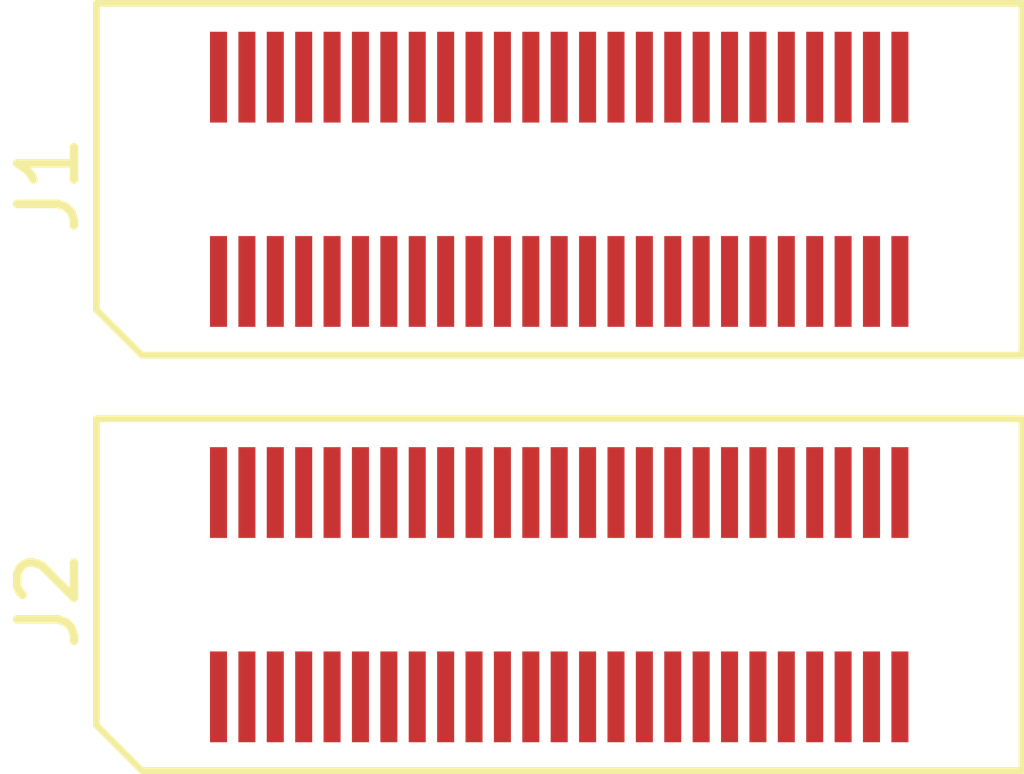
<source format=kicad_pcb>
(kicad_pcb (version 20171130) (host pcbnew 5.1.5+dfsg1-2build2)

  (general
    (thickness 1.6)
    (drawings 0)
    (tracks 0)
    (zones 0)
    (modules 2)
    (nets 45)
  )

  (page A4)
  (layers
    (0 F.Cu signal)
    (31 B.Cu signal)
    (32 B.Adhes user)
    (33 F.Adhes user)
    (34 B.Paste user)
    (35 F.Paste user)
    (36 B.SilkS user)
    (37 F.SilkS user)
    (38 B.Mask user)
    (39 F.Mask user)
    (40 Dwgs.User user)
    (41 Cmts.User user)
    (42 Eco1.User user)
    (43 Eco2.User user)
    (44 Edge.Cuts user)
    (45 Margin user)
    (46 B.CrtYd user)
    (47 F.CrtYd user)
    (48 B.Fab user)
    (49 F.Fab user)
  )

  (setup
    (last_trace_width 0.25)
    (trace_clearance 0.2)
    (zone_clearance 0.508)
    (zone_45_only no)
    (trace_min 0.2)
    (via_size 0.8)
    (via_drill 0.4)
    (via_min_size 0.4)
    (via_min_drill 0.3)
    (uvia_size 0.3)
    (uvia_drill 0.1)
    (uvias_allowed no)
    (uvia_min_size 0.2)
    (uvia_min_drill 0.1)
    (edge_width 0.05)
    (segment_width 0.2)
    (pcb_text_width 0.3)
    (pcb_text_size 1.5 1.5)
    (mod_edge_width 0.12)
    (mod_text_size 1 1)
    (mod_text_width 0.15)
    (pad_size 1.524 1.524)
    (pad_drill 0.762)
    (pad_to_mask_clearance 0.051)
    (solder_mask_min_width 0.25)
    (aux_axis_origin 0 0)
    (visible_elements FFFFF77F)
    (pcbplotparams
      (layerselection 0x010fc_ffffffff)
      (usegerberextensions false)
      (usegerberattributes false)
      (usegerberadvancedattributes false)
      (creategerberjobfile false)
      (excludeedgelayer true)
      (linewidth 0.100000)
      (plotframeref false)
      (viasonmask false)
      (mode 1)
      (useauxorigin false)
      (hpglpennumber 1)
      (hpglpenspeed 20)
      (hpglpendiameter 15.000000)
      (psnegative false)
      (psa4output false)
      (plotreference true)
      (plotvalue true)
      (plotinvisibletext false)
      (padsonsilk false)
      (subtractmaskfromsilk false)
      (outputformat 1)
      (mirror false)
      (drillshape 1)
      (scaleselection 1)
      (outputdirectory ""))
  )

  (net 0 "")
  (net 1 "Net-(J1-Pad50)")
  (net 2 GND)
  (net 3 /KSI0)
  (net 4 /FPR_LED_COM_5V)
  (net 5 /KSI1)
  (net 6 /FPR_LED_G)
  (net 7 /KSI2)
  (net 8 /FPR_LED_W)
  (net 9 /KSI3)
  (net 10 /FPR_LED_R)
  (net 11 /KSI4)
  (net 12 /SWITCH)
  (net 13 /KSI5)
  (net 14 /FPR_CTRL)
  (net 15 /KSI6)
  (net 16 /USB_P)
  (net 17 /KSI7)
  (net 18 /KSO0)
  (net 19 /USB_N)
  (net 20 /KSO1)
  (net 21 /5VALW)
  (net 22 /KSO2)
  (net 23 /5VS)
  (net 24 /KSO3)
  (net 25 /TP_BOARD_ID)
  (net 26 /KSO4)
  (net 27 /TP_SDA)
  (net 28 /KSO5)
  (net 29 /TP_INT)
  (net 30 /KSO6)
  (net 31 /TP_SCL)
  (net 32 /KSO7)
  (net 33 /KSO8)
  (net 34 /KBL_P)
  (net 35 /KSO9)
  (net 36 /KSO10)
  (net 37 /KSO11)
  (net 38 /KSO12)
  (net 39 /CAPS_N)
  (net 40 /KSO13)
  (net 41 /CAPS_P)
  (net 42 /KSO14)
  (net 43 /KSO15)
  (net 44 "Net-(J2-Pad1)")

  (net_class Default "This is the default net class."
    (clearance 0.2)
    (trace_width 0.25)
    (via_dia 0.8)
    (via_drill 0.4)
    (uvia_dia 0.3)
    (uvia_drill 0.1)
    (add_net /5VALW)
    (add_net /5VS)
    (add_net /CAPS_N)
    (add_net /CAPS_P)
    (add_net /FPR_CTRL)
    (add_net /FPR_LED_COM_5V)
    (add_net /FPR_LED_G)
    (add_net /FPR_LED_R)
    (add_net /FPR_LED_W)
    (add_net /KBL_P)
    (add_net /KSI0)
    (add_net /KSI1)
    (add_net /KSI2)
    (add_net /KSI3)
    (add_net /KSI4)
    (add_net /KSI5)
    (add_net /KSI6)
    (add_net /KSI7)
    (add_net /KSO0)
    (add_net /KSO1)
    (add_net /KSO10)
    (add_net /KSO11)
    (add_net /KSO12)
    (add_net /KSO13)
    (add_net /KSO14)
    (add_net /KSO15)
    (add_net /KSO2)
    (add_net /KSO3)
    (add_net /KSO4)
    (add_net /KSO5)
    (add_net /KSO6)
    (add_net /KSO7)
    (add_net /KSO8)
    (add_net /KSO9)
    (add_net /SWITCH)
    (add_net /TP_BOARD_ID)
    (add_net /TP_INT)
    (add_net /TP_SCL)
    (add_net /TP_SDA)
    (add_net /USB_N)
    (add_net /USB_P)
    (add_net GND)
    (add_net "Net-(J1-Pad50)")
    (add_net "Net-(J2-Pad1)")
  )

  (module framework_input_brkt:Amphenol_10156001 (layer F.Cu) (tedit 62773780) (tstamp 62779B6F)
    (at 153.1 100.42)
    (path /627884F8)
    (attr smd)
    (fp_text reference J2 (at -9 0.1 90) (layer F.SilkS)
      (effects (font (size 1 1) (thickness 0.15)))
    )
    (fp_text value input_conn (at 0 0) (layer F.Fab)
      (effects (font (size 1 1) (thickness 0.15)))
    )
    (fp_line (start -7.35 3.1) (end -8.15 2.3) (layer F.SilkS) (width 0.12))
    (fp_line (start -8.15 2.3) (end -8.15 -3.1) (layer F.SilkS) (width 0.12))
    (fp_line (start -8.15 -3.1) (end 8.15 -3.1) (layer F.SilkS) (width 0.12))
    (fp_line (start 8.15 -3.1) (end 8.15 3.1) (layer F.SilkS) (width 0.12))
    (fp_line (start 8.15 3.1) (end -7.35 3.1) (layer F.SilkS) (width 0.12))
    (fp_line (start -6.4 -2.85) (end 6.4 -2.85) (layer F.CrtYd) (width 0.05))
    (fp_line (start 6.4 -2.85) (end 6.4 2.85) (layer F.CrtYd) (width 0.05))
    (fp_line (start 6.4 2.85) (end -6.4 2.85) (layer F.CrtYd) (width 0.05))
    (fp_line (start -6.4 2.85) (end -6.4 -2.85) (layer F.CrtYd) (width 0.05))
    (pad 50 smd rect (at -6 1.8) (size 0.3 1.6) (layers F.Cu F.Paste F.Mask)
      (net 2 GND))
    (pad 1 smd rect (at -6 -1.8) (size 0.3 1.6) (layers F.Cu F.Paste F.Mask)
      (net 44 "Net-(J2-Pad1)"))
    (pad 49 smd rect (at -5.5 1.8) (size 0.3 1.6) (layers F.Cu F.Paste F.Mask)
      (net 3 /KSI0))
    (pad 2 smd rect (at -5.5 -1.8) (size 0.3 1.6) (layers F.Cu F.Paste F.Mask)
      (net 2 GND))
    (pad 48 smd rect (at -5 1.8) (size 0.3 1.6) (layers F.Cu F.Paste F.Mask)
      (net 5 /KSI1))
    (pad 3 smd rect (at -5 -1.8) (size 0.3 1.6) (layers F.Cu F.Paste F.Mask)
      (net 4 /FPR_LED_COM_5V))
    (pad 47 smd rect (at -4.5 1.8) (size 0.3 1.6) (layers F.Cu F.Paste F.Mask)
      (net 7 /KSI2))
    (pad 4 smd rect (at -4.5 -1.8) (size 0.3 1.6) (layers F.Cu F.Paste F.Mask)
      (net 6 /FPR_LED_G))
    (pad 46 smd rect (at -4 1.8) (size 0.3 1.6) (layers F.Cu F.Paste F.Mask)
      (net 9 /KSI3))
    (pad 5 smd rect (at -4 -1.8) (size 0.3 1.6) (layers F.Cu F.Paste F.Mask)
      (net 8 /FPR_LED_W))
    (pad 45 smd rect (at -3.5 1.8) (size 0.3 1.6) (layers F.Cu F.Paste F.Mask)
      (net 11 /KSI4))
    (pad 6 smd rect (at -3.5 -1.8) (size 0.3 1.6) (layers F.Cu F.Paste F.Mask)
      (net 10 /FPR_LED_R))
    (pad 44 smd rect (at -3 1.8) (size 0.3 1.6) (layers F.Cu F.Paste F.Mask)
      (net 13 /KSI5))
    (pad 7 smd rect (at -3 -1.8) (size 0.3 1.6) (layers F.Cu F.Paste F.Mask)
      (net 12 /SWITCH))
    (pad 43 smd rect (at -2.5 1.8) (size 0.3 1.6) (layers F.Cu F.Paste F.Mask)
      (net 15 /KSI6))
    (pad 8 smd rect (at -2.5 -1.8) (size 0.3 1.6) (layers F.Cu F.Paste F.Mask)
      (net 14 /FPR_CTRL))
    (pad 42 smd rect (at -2 1.8) (size 0.3 1.6) (layers F.Cu F.Paste F.Mask)
      (net 17 /KSI7))
    (pad 9 smd rect (at -2 -1.8) (size 0.3 1.6) (layers F.Cu F.Paste F.Mask)
      (net 16 /USB_P))
    (pad 41 smd rect (at -1.5 1.8) (size 0.3 1.6) (layers F.Cu F.Paste F.Mask)
      (net 18 /KSO0))
    (pad 10 smd rect (at -1.5 -1.8) (size 0.3 1.6) (layers F.Cu F.Paste F.Mask)
      (net 2 GND))
    (pad 40 smd rect (at -1 1.8) (size 0.3 1.6) (layers F.Cu F.Paste F.Mask)
      (net 20 /KSO1))
    (pad 11 smd rect (at -1 -1.8) (size 0.3 1.6) (layers F.Cu F.Paste F.Mask)
      (net 19 /USB_N))
    (pad 39 smd rect (at -0.5 1.8) (size 0.3 1.6) (layers F.Cu F.Paste F.Mask)
      (net 22 /KSO2))
    (pad 12 smd rect (at -0.5 -1.8) (size 0.3 1.6) (layers F.Cu F.Paste F.Mask)
      (net 21 /5VALW))
    (pad 38 smd rect (at 0 1.8) (size 0.3 1.6) (layers F.Cu F.Paste F.Mask)
      (net 24 /KSO3))
    (pad 13 smd rect (at 0 -1.8) (size 0.3 1.6) (layers F.Cu F.Paste F.Mask)
      (net 23 /5VS))
    (pad 37 smd rect (at 0.5 1.8) (size 0.3 1.6) (layers F.Cu F.Paste F.Mask)
      (net 26 /KSO4))
    (pad 14 smd rect (at 0.5 -1.8) (size 0.3 1.6) (layers F.Cu F.Paste F.Mask)
      (net 25 /TP_BOARD_ID))
    (pad 36 smd rect (at 1 1.8) (size 0.3 1.6) (layers F.Cu F.Paste F.Mask)
      (net 28 /KSO5))
    (pad 15 smd rect (at 1 -1.8) (size 0.3 1.6) (layers F.Cu F.Paste F.Mask)
      (net 27 /TP_SDA))
    (pad 35 smd rect (at 1.5 1.8) (size 0.3 1.6) (layers F.Cu F.Paste F.Mask)
      (net 30 /KSO6))
    (pad 16 smd rect (at 1.5 -1.8) (size 0.3 1.6) (layers F.Cu F.Paste F.Mask)
      (net 29 /TP_INT))
    (pad 34 smd rect (at 2 1.8) (size 0.3 1.6) (layers F.Cu F.Paste F.Mask)
      (net 32 /KSO7))
    (pad 17 smd rect (at 2 -1.8) (size 0.3 1.6) (layers F.Cu F.Paste F.Mask)
      (net 31 /TP_SCL))
    (pad 33 smd rect (at 2.5 1.8) (size 0.3 1.6) (layers F.Cu F.Paste F.Mask)
      (net 33 /KSO8))
    (pad 18 smd rect (at 2.5 -1.8) (size 0.3 1.6) (layers F.Cu F.Paste F.Mask)
      (net 2 GND))
    (pad 32 smd rect (at 3 1.8) (size 0.3 1.6) (layers F.Cu F.Paste F.Mask)
      (net 35 /KSO9))
    (pad 19 smd rect (at 3 -1.8) (size 0.3 1.6) (layers F.Cu F.Paste F.Mask)
      (net 34 /KBL_P))
    (pad 31 smd rect (at 3.5 1.8) (size 0.3 1.6) (layers F.Cu F.Paste F.Mask)
      (net 36 /KSO10))
    (pad 20 smd rect (at 3.5 -1.8) (size 0.3 1.6) (layers F.Cu F.Paste F.Mask)
      (net 2 GND))
    (pad 30 smd rect (at 4 1.8) (size 0.3 1.6) (layers F.Cu F.Paste F.Mask)
      (net 37 /KSO11))
    (pad 21 smd rect (at 4 -1.8) (size 0.3 1.6) (layers F.Cu F.Paste F.Mask)
      (net 34 /KBL_P))
    (pad 29 smd rect (at 4.5 1.8) (size 0.3 1.6) (layers F.Cu F.Paste F.Mask)
      (net 38 /KSO12))
    (pad 22 smd rect (at 4.5 -1.8) (size 0.3 1.6) (layers F.Cu F.Paste F.Mask)
      (net 2 GND))
    (pad 28 smd rect (at 5 1.8) (size 0.3 1.6) (layers F.Cu F.Paste F.Mask)
      (net 40 /KSO13))
    (pad 23 smd rect (at 5 -1.8) (size 0.3 1.6) (layers F.Cu F.Paste F.Mask)
      (net 39 /CAPS_N))
    (pad 27 smd rect (at 5.5 1.8) (size 0.3 1.6) (layers F.Cu F.Paste F.Mask)
      (net 42 /KSO14))
    (pad 24 smd rect (at 5.5 -1.8) (size 0.3 1.6) (layers F.Cu F.Paste F.Mask)
      (net 41 /CAPS_P))
    (pad 26 smd rect (at 6 1.8) (size 0.3 1.6) (layers F.Cu F.Paste F.Mask)
      (net 43 /KSO15))
    (pad 25 smd rect (at 6 -1.8) (size 0.3 1.6) (layers F.Cu F.Paste F.Mask)
      (net 2 GND))
  )

  (module framework_input_brkt:Amphenol_10156000 (layer F.Cu) (tedit 627736FA) (tstamp 62779B30)
    (at 153.1 93.1)
    (path /62773989)
    (attr smd)
    (fp_text reference J1 (at -9 0.1 90) (layer F.SilkS)
      (effects (font (size 1 1) (thickness 0.15)))
    )
    (fp_text value mobo_conn (at 0 0) (layer F.Fab)
      (effects (font (size 1 1) (thickness 0.15)))
    )
    (fp_line (start -7.35 3.1) (end -8.15 2.3) (layer F.SilkS) (width 0.12))
    (fp_line (start -8.15 2.3) (end -8.15 -3.1) (layer F.SilkS) (width 0.12))
    (fp_line (start -8.15 -3.1) (end 8.15 -3.1) (layer F.SilkS) (width 0.12))
    (fp_line (start 8.15 -3.1) (end 8.15 3.1) (layer F.SilkS) (width 0.12))
    (fp_line (start 8.15 3.1) (end -7.35 3.1) (layer F.SilkS) (width 0.12))
    (fp_line (start -6.4 -2.85) (end 6.4 -2.85) (layer F.CrtYd) (width 0.05))
    (fp_line (start 6.4 -2.85) (end 6.4 2.85) (layer F.CrtYd) (width 0.05))
    (fp_line (start 6.4 2.85) (end -6.4 2.85) (layer F.CrtYd) (width 0.05))
    (fp_line (start -6.4 2.85) (end -6.4 -2.85) (layer F.CrtYd) (width 0.05))
    (pad 50 smd rect (at -6 -1.8) (size 0.3 1.6) (layers F.Cu F.Paste F.Mask)
      (net 1 "Net-(J1-Pad50)"))
    (pad 1 smd rect (at -6 1.8) (size 0.3 1.6) (layers F.Cu F.Paste F.Mask)
      (net 2 GND))
    (pad 49 smd rect (at -5.5 -1.8) (size 0.3 1.6) (layers F.Cu F.Paste F.Mask)
      (net 2 GND))
    (pad 2 smd rect (at -5.5 1.8) (size 0.3 1.6) (layers F.Cu F.Paste F.Mask)
      (net 3 /KSI0))
    (pad 48 smd rect (at -5 -1.8) (size 0.3 1.6) (layers F.Cu F.Paste F.Mask)
      (net 4 /FPR_LED_COM_5V))
    (pad 3 smd rect (at -5 1.8) (size 0.3 1.6) (layers F.Cu F.Paste F.Mask)
      (net 5 /KSI1))
    (pad 47 smd rect (at -4.5 -1.8) (size 0.3 1.6) (layers F.Cu F.Paste F.Mask)
      (net 6 /FPR_LED_G))
    (pad 4 smd rect (at -4.5 1.8) (size 0.3 1.6) (layers F.Cu F.Paste F.Mask)
      (net 7 /KSI2))
    (pad 46 smd rect (at -4 -1.8) (size 0.3 1.6) (layers F.Cu F.Paste F.Mask)
      (net 8 /FPR_LED_W))
    (pad 5 smd rect (at -4 1.8) (size 0.3 1.6) (layers F.Cu F.Paste F.Mask)
      (net 9 /KSI3))
    (pad 45 smd rect (at -3.5 -1.8) (size 0.3 1.6) (layers F.Cu F.Paste F.Mask)
      (net 10 /FPR_LED_R))
    (pad 6 smd rect (at -3.5 1.8) (size 0.3 1.6) (layers F.Cu F.Paste F.Mask)
      (net 11 /KSI4))
    (pad 44 smd rect (at -3 -1.8) (size 0.3 1.6) (layers F.Cu F.Paste F.Mask)
      (net 12 /SWITCH))
    (pad 7 smd rect (at -3 1.8) (size 0.3 1.6) (layers F.Cu F.Paste F.Mask)
      (net 13 /KSI5))
    (pad 43 smd rect (at -2.5 -1.8) (size 0.3 1.6) (layers F.Cu F.Paste F.Mask)
      (net 14 /FPR_CTRL))
    (pad 8 smd rect (at -2.5 1.8) (size 0.3 1.6) (layers F.Cu F.Paste F.Mask)
      (net 15 /KSI6))
    (pad 42 smd rect (at -2 -1.8) (size 0.3 1.6) (layers F.Cu F.Paste F.Mask)
      (net 16 /USB_P))
    (pad 9 smd rect (at -2 1.8) (size 0.3 1.6) (layers F.Cu F.Paste F.Mask)
      (net 17 /KSI7))
    (pad 41 smd rect (at -1.5 -1.8) (size 0.3 1.6) (layers F.Cu F.Paste F.Mask)
      (net 2 GND))
    (pad 10 smd rect (at -1.5 1.8) (size 0.3 1.6) (layers F.Cu F.Paste F.Mask)
      (net 18 /KSO0))
    (pad 40 smd rect (at -1 -1.8) (size 0.3 1.6) (layers F.Cu F.Paste F.Mask)
      (net 19 /USB_N))
    (pad 11 smd rect (at -1 1.8) (size 0.3 1.6) (layers F.Cu F.Paste F.Mask)
      (net 20 /KSO1))
    (pad 39 smd rect (at -0.5 -1.8) (size 0.3 1.6) (layers F.Cu F.Paste F.Mask)
      (net 21 /5VALW))
    (pad 12 smd rect (at -0.5 1.8) (size 0.3 1.6) (layers F.Cu F.Paste F.Mask)
      (net 22 /KSO2))
    (pad 38 smd rect (at 0 -1.8) (size 0.3 1.6) (layers F.Cu F.Paste F.Mask)
      (net 23 /5VS))
    (pad 13 smd rect (at 0 1.8) (size 0.3 1.6) (layers F.Cu F.Paste F.Mask)
      (net 24 /KSO3))
    (pad 37 smd rect (at 0.5 -1.8) (size 0.3 1.6) (layers F.Cu F.Paste F.Mask)
      (net 25 /TP_BOARD_ID))
    (pad 14 smd rect (at 0.5 1.8) (size 0.3 1.6) (layers F.Cu F.Paste F.Mask)
      (net 26 /KSO4))
    (pad 36 smd rect (at 1 -1.8) (size 0.3 1.6) (layers F.Cu F.Paste F.Mask)
      (net 27 /TP_SDA))
    (pad 15 smd rect (at 1 1.8) (size 0.3 1.6) (layers F.Cu F.Paste F.Mask)
      (net 28 /KSO5))
    (pad 35 smd rect (at 1.5 -1.8) (size 0.3 1.6) (layers F.Cu F.Paste F.Mask)
      (net 29 /TP_INT))
    (pad 16 smd rect (at 1.5 1.8) (size 0.3 1.6) (layers F.Cu F.Paste F.Mask)
      (net 30 /KSO6))
    (pad 34 smd rect (at 2 -1.8) (size 0.3 1.6) (layers F.Cu F.Paste F.Mask)
      (net 31 /TP_SCL))
    (pad 17 smd rect (at 2 1.8) (size 0.3 1.6) (layers F.Cu F.Paste F.Mask)
      (net 32 /KSO7))
    (pad 33 smd rect (at 2.5 -1.8) (size 0.3 1.6) (layers F.Cu F.Paste F.Mask)
      (net 2 GND))
    (pad 18 smd rect (at 2.5 1.8) (size 0.3 1.6) (layers F.Cu F.Paste F.Mask)
      (net 33 /KSO8))
    (pad 32 smd rect (at 3 -1.8) (size 0.3 1.6) (layers F.Cu F.Paste F.Mask)
      (net 34 /KBL_P))
    (pad 19 smd rect (at 3 1.8) (size 0.3 1.6) (layers F.Cu F.Paste F.Mask)
      (net 35 /KSO9))
    (pad 31 smd rect (at 3.5 -1.8) (size 0.3 1.6) (layers F.Cu F.Paste F.Mask)
      (net 2 GND))
    (pad 20 smd rect (at 3.5 1.8) (size 0.3 1.6) (layers F.Cu F.Paste F.Mask)
      (net 36 /KSO10))
    (pad 30 smd rect (at 4 -1.8) (size 0.3 1.6) (layers F.Cu F.Paste F.Mask)
      (net 34 /KBL_P))
    (pad 21 smd rect (at 4 1.8) (size 0.3 1.6) (layers F.Cu F.Paste F.Mask)
      (net 37 /KSO11))
    (pad 29 smd rect (at 4.5 -1.8) (size 0.3 1.6) (layers F.Cu F.Paste F.Mask)
      (net 2 GND))
    (pad 22 smd rect (at 4.5 1.8) (size 0.3 1.6) (layers F.Cu F.Paste F.Mask)
      (net 38 /KSO12))
    (pad 28 smd rect (at 5 -1.8) (size 0.3 1.6) (layers F.Cu F.Paste F.Mask)
      (net 39 /CAPS_N))
    (pad 23 smd rect (at 5 1.8) (size 0.3 1.6) (layers F.Cu F.Paste F.Mask)
      (net 40 /KSO13))
    (pad 27 smd rect (at 5.5 -1.8) (size 0.3 1.6) (layers F.Cu F.Paste F.Mask)
      (net 41 /CAPS_P))
    (pad 24 smd rect (at 5.5 1.8) (size 0.3 1.6) (layers F.Cu F.Paste F.Mask)
      (net 42 /KSO14))
    (pad 26 smd rect (at 6 -1.8) (size 0.3 1.6) (layers F.Cu F.Paste F.Mask)
      (net 2 GND))
    (pad 25 smd rect (at 6 1.8) (size 0.3 1.6) (layers F.Cu F.Paste F.Mask)
      (net 43 /KSO15))
  )

)

</source>
